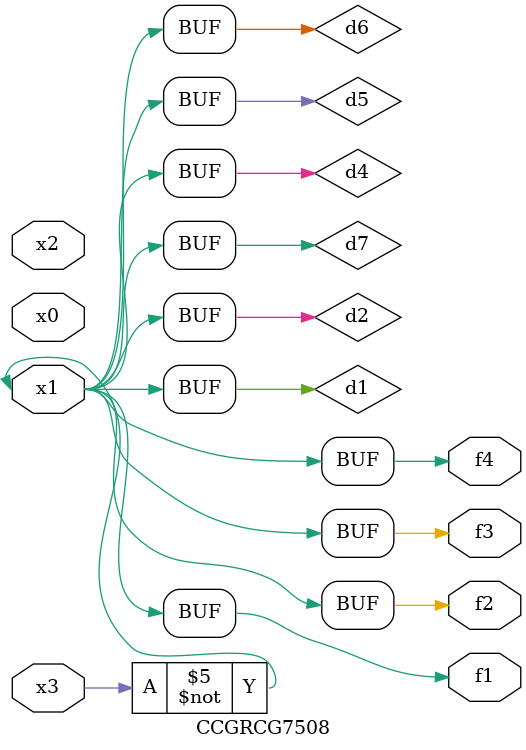
<source format=v>
module CCGRCG7508(
	input x0, x1, x2, x3,
	output f1, f2, f3, f4
);

	wire d1, d2, d3, d4, d5, d6, d7;

	not (d1, x3);
	buf (d2, x1);
	xnor (d3, d1, d2);
	nor (d4, d1);
	buf (d5, d1, d2);
	buf (d6, d4, d5);
	nand (d7, d4);
	assign f1 = d6;
	assign f2 = d7;
	assign f3 = d6;
	assign f4 = d6;
endmodule

</source>
